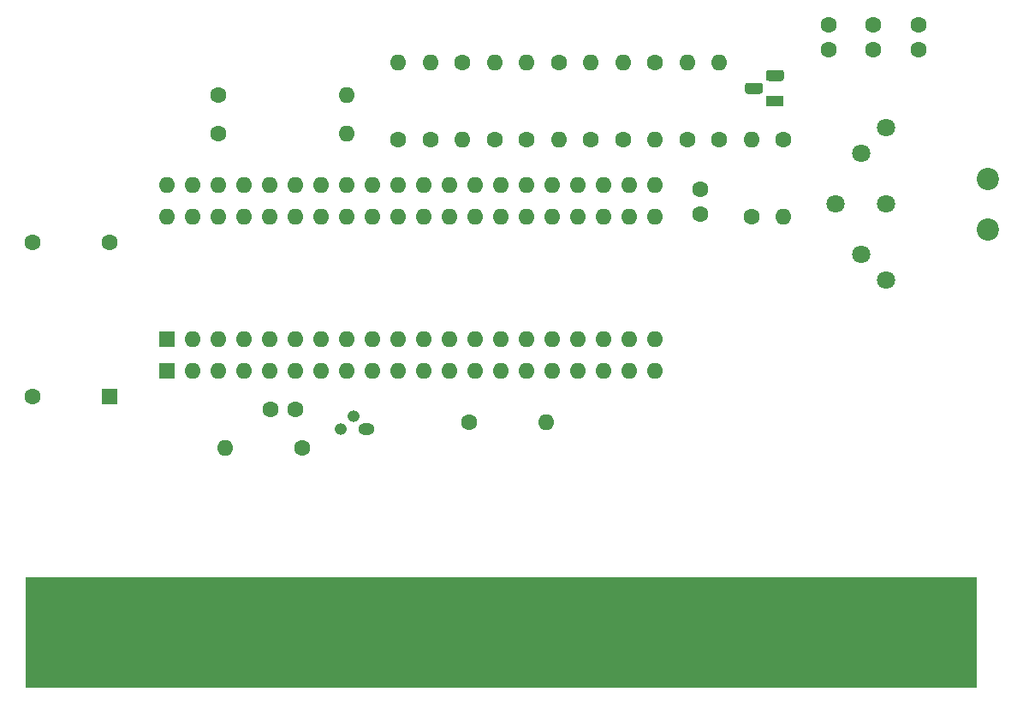
<source format=gbs>
G04 #@! TF.GenerationSoftware,KiCad,Pcbnew,(5.1.12)-1*
G04 #@! TF.CreationDate,2024-01-30T17:11:01+00:00*
G04 #@! TF.ProjectId,CPCVideo,43504356-6964-4656-9f2e-6b696361645f,rev?*
G04 #@! TF.SameCoordinates,Original*
G04 #@! TF.FileFunction,Soldermask,Bot*
G04 #@! TF.FilePolarity,Negative*
%FSLAX46Y46*%
G04 Gerber Fmt 4.6, Leading zero omitted, Abs format (unit mm)*
G04 Created by KiCad (PCBNEW (5.1.12)-1) date 2024-01-30 17:11:01*
%MOMM*%
%LPD*%
G01*
G04 APERTURE LIST*
%ADD10C,0.100000*%
%ADD11R,1.600000X10.000000*%
%ADD12C,2.200000*%
%ADD13C,1.800000*%
%ADD14C,1.600000*%
%ADD15R,1.800000X1.100000*%
%ADD16O,1.200000X1.200000*%
%ADD17O,1.600000X1.200000*%
%ADD18O,1.600000X1.600000*%
%ADD19R,1.600000X1.600000*%
G04 APERTURE END LIST*
D10*
G36*
X250190000Y-170920000D02*
G01*
X250190000Y-160125000D01*
X156210000Y-160125000D01*
X156210000Y-170920000D01*
X250190000Y-170920000D01*
G37*
X250190000Y-170920000D02*
X250190000Y-160125000D01*
X156210000Y-160125000D01*
X156210000Y-170920000D01*
X250190000Y-170920000D01*
D11*
X247650000Y-165735000D03*
X245110000Y-165735000D03*
X242570000Y-165735000D03*
X240030000Y-165735000D03*
X237490000Y-165735000D03*
X234950000Y-165735000D03*
X232410000Y-165735000D03*
X229870000Y-165735000D03*
X227330000Y-165735000D03*
X224790000Y-165735000D03*
X222250000Y-165735000D03*
X219710000Y-165735000D03*
X217170000Y-165735000D03*
X214630000Y-165735000D03*
X212090000Y-165735000D03*
X209550000Y-165735000D03*
X207010000Y-165735000D03*
X204470000Y-165735000D03*
X201930000Y-165735000D03*
X199390000Y-165735000D03*
X196850000Y-165735000D03*
X194310000Y-165735000D03*
X191770000Y-165735000D03*
X189230000Y-165735000D03*
X186690000Y-165735000D03*
X184150000Y-165735000D03*
X181610000Y-165735000D03*
X179070000Y-165735000D03*
X176530000Y-165735000D03*
X173990000Y-165735000D03*
X171450000Y-165735000D03*
X168910000Y-165735000D03*
X166370000Y-165735000D03*
X163830000Y-165735000D03*
X161290000Y-165735000D03*
X158750000Y-165735000D03*
D12*
X251300000Y-125690000D03*
X251300000Y-120690000D03*
D13*
X236300000Y-123190000D03*
X241300000Y-130690000D03*
X238800000Y-128190000D03*
X241300000Y-123190000D03*
X238800000Y-118190000D03*
X241300000Y-115690000D03*
D14*
X240030000Y-105450000D03*
X240030000Y-107950000D03*
X235585000Y-105450000D03*
X235585000Y-107950000D03*
X244475000Y-105450000D03*
X244475000Y-107950000D03*
D15*
X230270000Y-113030000D03*
G36*
G01*
X230895000Y-111040000D02*
X229645000Y-111040000D01*
G75*
G02*
X229370000Y-110765000I0J275000D01*
G01*
X229370000Y-110215000D01*
G75*
G02*
X229645000Y-109940000I275000J0D01*
G01*
X230895000Y-109940000D01*
G75*
G02*
X231170000Y-110215000I0J-275000D01*
G01*
X231170000Y-110765000D01*
G75*
G02*
X230895000Y-111040000I-275000J0D01*
G01*
G37*
G36*
G01*
X228825000Y-112310000D02*
X227575000Y-112310000D01*
G75*
G02*
X227300000Y-112035000I0J275000D01*
G01*
X227300000Y-111485000D01*
G75*
G02*
X227575000Y-111210000I275000J0D01*
G01*
X228825000Y-111210000D01*
G75*
G02*
X229100000Y-111485000I0J-275000D01*
G01*
X229100000Y-112035000D01*
G75*
G02*
X228825000Y-112310000I-275000J0D01*
G01*
G37*
D16*
X187325000Y-145415000D03*
X188595000Y-144145000D03*
D17*
X189865000Y-145415000D03*
D18*
X187960000Y-116205000D03*
D14*
X175260000Y-116205000D03*
D18*
X187960000Y-112395000D03*
D14*
X175260000Y-112395000D03*
D18*
X207645000Y-144780000D03*
D14*
X200025000Y-144780000D03*
D18*
X175895000Y-147320000D03*
D14*
X183515000Y-147320000D03*
D18*
X221615000Y-109220000D03*
D14*
X221615000Y-116840000D03*
D18*
X227965000Y-116840000D03*
D14*
X227965000Y-124460000D03*
D18*
X224790000Y-109220000D03*
D14*
X224790000Y-116840000D03*
D18*
X231140000Y-124460000D03*
D14*
X231140000Y-116840000D03*
D18*
X218440000Y-116840000D03*
D14*
X218440000Y-109220000D03*
D18*
X208915000Y-116840000D03*
D14*
X208915000Y-109220000D03*
D18*
X199390000Y-116840000D03*
D14*
X199390000Y-109220000D03*
D18*
X215265000Y-109220000D03*
D14*
X215265000Y-116840000D03*
D18*
X212090000Y-109220000D03*
D14*
X212090000Y-116840000D03*
D18*
X205740000Y-109220000D03*
D14*
X205740000Y-116840000D03*
D18*
X202565000Y-109220000D03*
D14*
X202565000Y-116840000D03*
D18*
X196215000Y-109220000D03*
D14*
X196215000Y-116840000D03*
D18*
X193040000Y-109220000D03*
D14*
X193040000Y-116840000D03*
X164465000Y-127000000D03*
X156845000Y-127000000D03*
X156845000Y-142240000D03*
D19*
X164465000Y-142240000D03*
D18*
X170180000Y-124460000D03*
X218440000Y-139700000D03*
X172720000Y-124460000D03*
X215900000Y-139700000D03*
X175260000Y-124460000D03*
X213360000Y-139700000D03*
X177800000Y-124460000D03*
X210820000Y-139700000D03*
X180340000Y-124460000D03*
X208280000Y-139700000D03*
X182880000Y-124460000D03*
X205740000Y-139700000D03*
X185420000Y-124460000D03*
X203200000Y-139700000D03*
X187960000Y-124460000D03*
X200660000Y-139700000D03*
X190500000Y-124460000D03*
X198120000Y-139700000D03*
X193040000Y-124460000D03*
X195580000Y-139700000D03*
X195580000Y-124460000D03*
X193040000Y-139700000D03*
X198120000Y-124460000D03*
X190500000Y-139700000D03*
X200660000Y-124460000D03*
X187960000Y-139700000D03*
X203200000Y-124460000D03*
X185420000Y-139700000D03*
X205740000Y-124460000D03*
X182880000Y-139700000D03*
X208280000Y-124460000D03*
X180340000Y-139700000D03*
X210820000Y-124460000D03*
X177800000Y-139700000D03*
X213360000Y-124460000D03*
X175260000Y-139700000D03*
X215900000Y-124460000D03*
X172720000Y-139700000D03*
X218440000Y-124460000D03*
D19*
X170180000Y-139700000D03*
D18*
X170180000Y-121285000D03*
X218440000Y-136525000D03*
X172720000Y-121285000D03*
X215900000Y-136525000D03*
X175260000Y-121285000D03*
X213360000Y-136525000D03*
X177800000Y-121285000D03*
X210820000Y-136525000D03*
X180340000Y-121285000D03*
X208280000Y-136525000D03*
X182880000Y-121285000D03*
X205740000Y-136525000D03*
X185420000Y-121285000D03*
X203200000Y-136525000D03*
X187960000Y-121285000D03*
X200660000Y-136525000D03*
X190500000Y-121285000D03*
X198120000Y-136525000D03*
X193040000Y-121285000D03*
X195580000Y-136525000D03*
X195580000Y-121285000D03*
X193040000Y-136525000D03*
X198120000Y-121285000D03*
X190500000Y-136525000D03*
X200660000Y-121285000D03*
X187960000Y-136525000D03*
X203200000Y-121285000D03*
X185420000Y-136525000D03*
X205740000Y-121285000D03*
X182880000Y-136525000D03*
X208280000Y-121285000D03*
X180340000Y-136525000D03*
X210820000Y-121285000D03*
X177800000Y-136525000D03*
X213360000Y-121285000D03*
X175260000Y-136525000D03*
X215900000Y-121285000D03*
X172720000Y-136525000D03*
X218440000Y-121285000D03*
D19*
X170180000Y-136525000D03*
D14*
X222885000Y-121706000D03*
X222885000Y-124206000D03*
X180380000Y-143510000D03*
X182880000Y-143510000D03*
M02*

</source>
